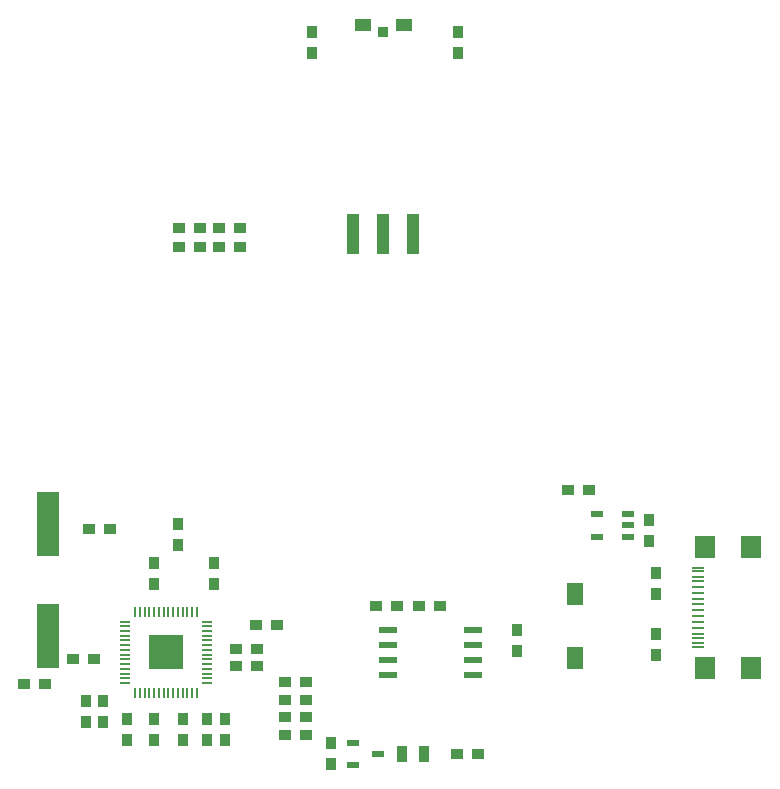
<source format=gbr>
G04 DesignSpark PCB PRO Gerber Version 10.0 Build 5299*
G04 #@! TF.Part,Single*
G04 #@! TF.FileFunction,Paste,Top*
G04 #@! TF.FilePolarity,Positive*
%FSLAX35Y35*%
%MOIN*%
G04 #@! TA.AperFunction,SMDPad,CuDef*
%ADD118R,0.00709X0.03268*%
%ADD124R,0.03366X0.05728*%
%ADD117R,0.03543X0.03898*%
%ADD125R,0.03898X0.13346*%
%ADD122R,0.05315X0.07283*%
%ADD128R,0.07087X0.07795*%
%ADD123R,0.07441X0.21220*%
%ADD116R,0.03189X0.03189*%
%ADD120R,0.11339X0.11339*%
%ADD119R,0.03268X0.00709*%
%ADD127R,0.04409X0.01063*%
%ADD129R,0.03898X0.02126*%
%ADD126R,0.04469X0.02303*%
%ADD121R,0.06240X0.02303*%
%ADD114R,0.03898X0.03543*%
%ADD115R,0.05472X0.03898*%
G04 #@! TD.AperFunction*
X0Y0D02*
D02*
D114*
X30215Y41339D03*
X37215D03*
X46356Y49606D03*
X51868Y92913D03*
X53356Y49606D03*
X58868Y92913D03*
X81789Y187008D03*
Y193307D03*
X88789Y187008D03*
Y193307D03*
X95175Y187008D03*
Y193307D03*
X100687Y47244D03*
Y53150D03*
X102175Y187008D03*
Y193307D03*
X107380Y61024D03*
X107687Y47244D03*
Y53150D03*
X114380Y61024D03*
X117222Y24409D03*
Y30315D03*
Y36220D03*
Y42126D03*
X124222Y24409D03*
Y30315D03*
Y36220D03*
Y42126D03*
X147537Y67323D03*
X154537D03*
X161711D03*
X168711D03*
X174309Y18110D03*
X181309D03*
X211317Y105906D03*
X218317D03*
D02*
D115*
X142967Y261220D03*
X156746D03*
D02*
D116*
X149856Y258661D03*
D02*
D117*
X50644Y28783D03*
Y35783D03*
X56549Y28783D03*
Y35783D03*
X64423Y22878D03*
Y29878D03*
X73478Y22878D03*
Y29878D03*
Y74846D03*
Y81846D03*
X81352Y87839D03*
Y94839D03*
X82927Y22878D03*
Y29878D03*
X91195Y22878D03*
Y29878D03*
X93557Y74846D03*
Y81846D03*
X97100Y22878D03*
Y29878D03*
X126234Y251618D03*
Y258618D03*
X132533Y14610D03*
Y21610D03*
X174659Y251618D03*
Y258618D03*
X194344Y52406D03*
Y59406D03*
X238439Y89217D03*
Y96217D03*
X240801Y51224D03*
Y58224D03*
Y71303D03*
Y78303D03*
D02*
D118*
X67179Y38386D03*
Y65551D03*
X68754Y38386D03*
Y65551D03*
X70329Y38386D03*
Y65551D03*
X71904Y38386D03*
Y65551D03*
X73478Y38386D03*
Y65551D03*
X75053Y38386D03*
Y65551D03*
X76628Y38386D03*
Y65551D03*
X78203Y38386D03*
Y65551D03*
X79778Y38386D03*
Y65551D03*
X81352Y38386D03*
Y65551D03*
X82927Y38386D03*
Y65551D03*
X84502Y38386D03*
Y65551D03*
X86077Y38386D03*
Y65551D03*
X87652Y38386D03*
Y65551D03*
D02*
D119*
X63833Y41732D03*
Y43307D03*
Y44882D03*
Y46457D03*
Y48031D03*
Y49606D03*
Y51181D03*
Y52756D03*
Y54331D03*
Y55906D03*
Y57480D03*
Y59055D03*
Y60630D03*
Y62205D03*
X90998Y41732D03*
Y43307D03*
Y44882D03*
Y46457D03*
Y48031D03*
Y49606D03*
Y51181D03*
Y52756D03*
Y54331D03*
Y55906D03*
Y57480D03*
Y59055D03*
Y60630D03*
Y62205D03*
D02*
D120*
X77415Y51969D03*
D02*
D121*
X151431Y44469D03*
Y49469D03*
Y54469D03*
Y59469D03*
X179778Y44469D03*
Y49469D03*
Y54469D03*
Y59469D03*
D02*
D122*
X213636Y50000D03*
Y71260D03*
D02*
D123*
X38045Y57283D03*
Y94685D03*
D02*
D124*
X155959Y18110D03*
X163439D03*
D02*
D125*
X139699Y191339D03*
X149699D03*
X159699D03*
D02*
D126*
X139817Y14331D03*
Y21890D03*
X148085Y18110D03*
D02*
D127*
X254667Y53740D03*
Y54921D03*
Y56890D03*
Y58071D03*
Y60039D03*
Y62008D03*
Y63976D03*
Y65945D03*
Y67913D03*
Y69882D03*
Y71850D03*
Y73819D03*
Y75787D03*
Y76969D03*
Y78937D03*
Y80118D03*
D02*
D128*
X256931Y46811D03*
Y87047D03*
X272404Y46811D03*
Y87047D03*
D02*
D129*
X221116Y90551D03*
Y98031D03*
X231352Y90551D03*
Y94291D03*
Y98031D03*
X0Y0D02*
M02*

</source>
